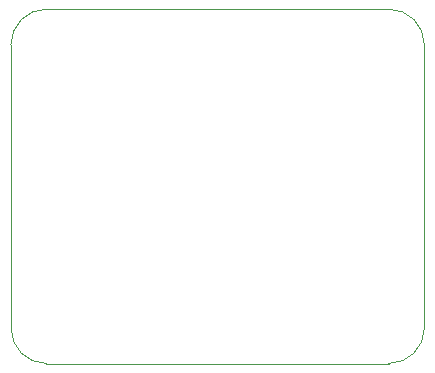
<source format=gm1>
G04*
G04 #@! TF.GenerationSoftware,Altium Limited,Altium Designer,21.7.2 (23)*
G04*
G04 Layer_Color=16711833*
%FSLAX25Y25*%
%MOIN*%
G70*
G04*
G04 #@! TF.SameCoordinates,01447CE1-1CD8-4097-AA41-C903E93D3707*
G04*
G04*
G04 #@! TF.FilePolarity,Positive*
G04*
G01*
G75*
%ADD12C,0.00394*%
D12*
X125985Y0D02*
G03*
X137796Y11811I0J11811D01*
G01*
Y106304D02*
G03*
X125985Y118115I-11811J0D01*
G01*
X11811D02*
G03*
X0Y106304I0J-11811D01*
G01*
Y11811D02*
G03*
X11811Y0I11811J0D01*
G01*
X137796Y11811D02*
Y106304D01*
X11811Y0D02*
X125985Y0D01*
X11811Y118115D02*
X125985D01*
X0Y11811D02*
Y106304D01*
M02*

</source>
